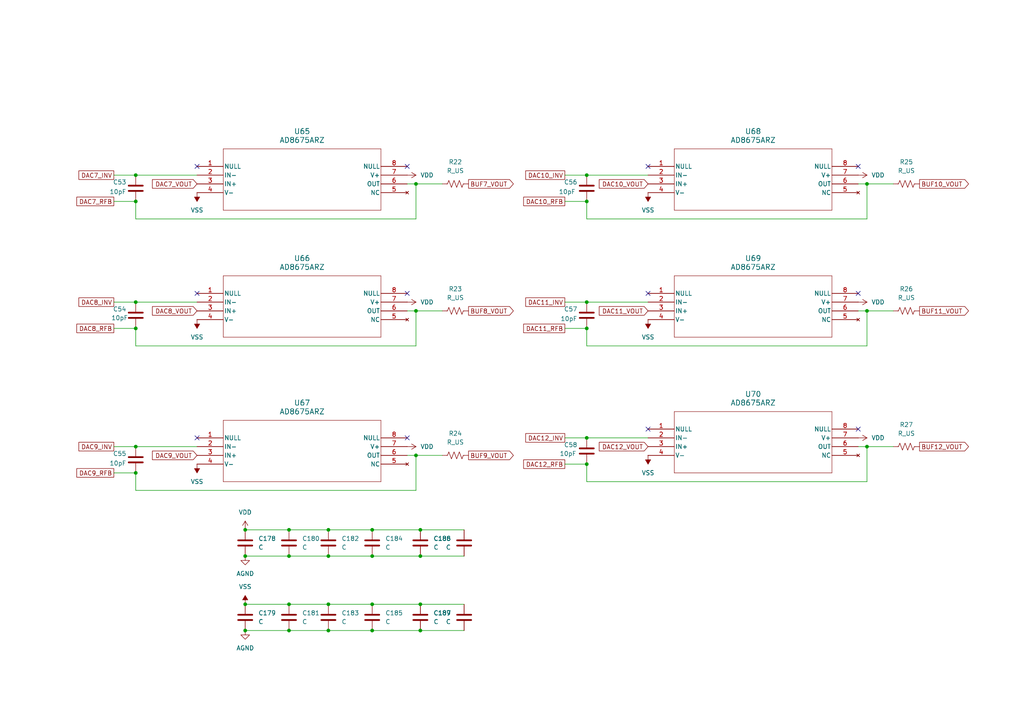
<source format=kicad_sch>
(kicad_sch (version 20250114) (generator "eeschema") (generator_version "9.0")
  (paper "A4")
  (lib_symbols
    (symbol "2025-11-19_01-14-20:AD8675ARZ" (pin_names (offset 0.254))
      (property "Reference" "U" (at 30.48 10.16 0))
      (property "Value" "AD8675ARZ" (at 30.48 7.62 0))
      (symbol "AD8675ARZ_0_1"
        (polyline (pts (xy 7.62 5.08) (xy 7.62 -12.7)) (stroke (width 0.127)))
        (polyline (pts (xy 7.62 -12.7) (xy 53.34 -12.7)) (stroke (width 0.127)))
        (polyline (pts (xy 53.34 5.08) (xy 7.62 5.08)) (stroke (width 0.127)))
        (polyline (pts (xy 53.34 -12.7) (xy 53.34 5.08)) (stroke (width 0.127)))
        (pin unspecified line (at 0 0 0) (length 7.62) (name "NULL") (number "1"))
        (pin input line (at 0 -2.54 0) (length 7.62) (name "IN-") (number "2"))
        (pin input line (at 0 -5.08 0) (length 7.62) (name "IN+") (number "3"))
        (pin power_in line (at 0 -7.62 0) (length 7.62) (name "V-") (number "4"))
        (pin unspecified line (at 60.96 0 180) (length 7.62) (name "NULL") (number "8"))
        (pin power_in line (at 60.96 -2.54 180) (length 7.62) (name "V+") (number "7"))
        (pin output line (at 60.96 -5.08 180) (length 7.62) (name "OUT") (number "6"))
        (pin no_connect line (at 60.96 -7.62 180) (length 7.62) (name "NC") (number "5"))
      )
    )
    (symbol "Device:C" (pin_numbers (hide yes)) (pin_names (offset 0.254))
      (property "Reference" "C" (at 0.635 2.54 0))
      (property "Value" "C" (at 0.635 -2.54 0))
      (symbol "C_0_1"
        (polyline (pts (xy -2.032 0.762) (xy 2.032 0.762)) (stroke (width 0.508)))
        (polyline (pts (xy -2.032 -0.762) (xy 2.032 -0.762)) (stroke (width 0.508)))
      )
      (symbol "C_1_1"
        (pin passive line (at 0 3.81 270) (length 2.794) (name "~") (number "1"))
        (pin passive line (at 0 -3.81 90) (length 2.794) (name "~") (number "2"))
      )
    )
    (symbol "Device:R_US" (pin_numbers (hide yes)) (pin_names (offset 0))
      (property "Reference" "R" (at 2.54 0 90))
      (property "Value" "R_US" (at -2.54 0 90))
      (symbol "R_US_0_1"
        (polyline (pts (xy 0 2.286) (xy 0 2.54)))
        (polyline (pts (xy 0 2.286) (xy 1.016 1.905) (xy 0 1.524) (xy -1.016 1.143) (xy 0 0.762)))
        (polyline (pts (xy 0 0.762) (xy 1.016 0.381) (xy 0 0) (xy -1.016 -0.381) (xy 0 -0.762)))
        (polyline (pts (xy 0 -0.762) (xy 1.016 -1.143) (xy 0 -1.524) (xy -1.016 -1.905) (xy 0 -2.286)))
        (polyline (pts (xy 0 -2.286) (xy 0 -2.54)))
      )
      (symbol "R_US_1_1"
        (pin passive line (at 0 3.81 270) (length 1.27) (name "~") (number "1"))
        (pin passive line (at 0 -3.81 90) (length 1.27) (name "~") (number "2"))
      )
    )
    (symbol "power:GND" (power) (pin_numbers (hide yes)) (pin_names (offset 0) (hide yes))
      (property "Value" "GND" (at 0 -3.81 0))
      (symbol "GND_0_1"
        (polyline (pts (xy 0 0) (xy 0 -1.27) (xy 1.27 -1.27) (xy 0 -2.54) (xy -1.27 -1.27) (xy 0 -1.27)))
      )
      (symbol "GND_1_1"
        (pin power_in line (at 0 0 270) (length 0) (name "~") (number "1"))
      )
    )
    (symbol "power:VDD" (power) (pin_numbers (hide yes)) (pin_names (offset 0) (hide yes))
      (property "Value" "VDD" (at 0 3.556 0))
      (symbol "VDD_0_1"
        (polyline (pts (xy -0.762 1.27) (xy 0 2.54)))
        (polyline (pts (xy 0 2.54) (xy 0.762 1.27)))
        (polyline (pts (xy 0 0) (xy 0 2.54)))
      )
      (symbol "VDD_1_1"
        (pin power_in line (at 0 0 90) (length 0) (name "~") (number "1"))
      )
    )
    (symbol "power:VSS" (power) (pin_numbers (hide yes)) (pin_names (offset 0) (hide yes))
      (property "Value" "VSS" (at 0 3.556 0))
      (symbol "VSS_0_1"
        (polyline (pts (xy 0 0) (xy 0 2.54)))
        (polyline (pts (xy 0.762 1.27) (xy -0.762 1.27) (xy 0 2.54) (xy 0.762 1.27)) (fill (type outline)))
      )
      (symbol "VSS_1_1"
        (pin power_in line (at 0 0 90) (length 0) (name "~") (number "1"))
      )
    )
  )
  (junction (at 170.18 127))
  (junction (at 83.82 182.88))
  (junction (at 95.25 153.67))
  (junction (at 107.95 175.26))
  (junction (at 83.82 175.26))
  (junction (at 83.82 153.67))
  (junction (at 71.12 153.67))
  (junction (at 107.95 182.88))
  (junction (at 121.92 175.26))
  (junction (at 39.37 87.63))
  (junction (at 170.18 134.62))
  (junction (at 251.46 90.17))
  (junction (at 120.65 132.08))
  (junction (at 120.65 53.34))
  (junction (at 39.37 58.42))
  (junction (at 170.18 87.63))
  (junction (at 95.25 175.26))
  (junction (at 107.95 153.67))
  (junction (at 95.25 161.29))
  (junction (at 121.92 153.67))
  (junction (at 39.37 137.16))
  (junction (at 39.37 95.25))
  (junction (at 251.46 129.54))
  (junction (at 71.12 175.26))
  (junction (at 251.46 53.34))
  (junction (at 170.18 58.42))
  (junction (at 39.37 50.8))
  (junction (at 170.18 50.8))
  (junction (at 71.12 182.88))
  (junction (at 83.82 161.29))
  (junction (at 95.25 182.88))
  (junction (at 107.95 161.29))
  (junction (at 71.12 161.29))
  (junction (at 120.65 90.17))
  (junction (at 121.92 182.88))
  (junction (at 170.18 95.25))
  (junction (at 121.92 161.29))
  (junction (at 39.37 129.54))
  (no_connect (at 187.96 48.26))
  (no_connect (at 248.92 48.26))
  (no_connect (at 118.11 48.26))
  (no_connect (at 118.11 127))
  (no_connect (at 118.11 85.09))
  (no_connect (at 248.92 124.46))
  (no_connect (at 187.96 124.46))
  (no_connect (at 57.15 127))
  (no_connect (at 248.92 85.09))
  (no_connect (at 187.96 85.09))
  (no_connect (at 57.15 48.26))
  (no_connect (at 57.15 85.09))
  (wire (pts (xy 83.82 182.88) (xy 95.25 182.88)))
  (wire (pts (xy 251.46 63.5) (xy 251.46 53.34)))
  (wire (pts (xy 71.12 161.29) (xy 83.82 161.29)))
  (wire (pts (xy 95.25 153.67) (xy 107.95 153.67)))
  (wire (pts (xy 251.46 90.17) (xy 248.92 90.17)))
  (wire (pts (xy 163.83 50.8) (xy 170.18 50.8)))
  (wire (pts (xy 120.65 132.08) (xy 118.11 132.08)))
  (wire (pts (xy 95.25 175.26) (xy 107.95 175.26)))
  (wire (pts (xy 33.02 58.42) (xy 39.37 58.42)))
  (wire (pts (xy 170.18 50.8) (xy 187.96 50.8)))
  (wire (pts (xy 251.46 90.17) (xy 259.08 90.17)))
  (wire (pts (xy 120.65 53.34) (xy 118.11 53.34)))
  (wire (pts (xy 39.37 95.25) (xy 39.37 100.33)))
  (wire (pts (xy 107.95 175.26) (xy 121.92 175.26)))
  (wire (pts (xy 107.95 161.29) (xy 121.92 161.29)))
  (wire (pts (xy 120.65 90.17) (xy 128.27 90.17)))
  (wire (pts (xy 39.37 50.8) (xy 57.15 50.8)))
  (wire (pts (xy 83.82 153.67) (xy 95.25 153.67)))
  (wire (pts (xy 251.46 53.34) (xy 248.92 53.34)))
  (wire (pts (xy 39.37 63.5) (xy 120.65 63.5)))
  (wire (pts (xy 170.18 127) (xy 187.96 127)))
  (wire (pts (xy 95.25 182.88) (xy 107.95 182.88)))
  (wire (pts (xy 170.18 100.33) (xy 251.46 100.33)))
  (wire (pts (xy 170.18 134.62) (xy 170.18 139.7)))
  (wire (pts (xy 39.37 142.24) (xy 120.65 142.24)))
  (wire (pts (xy 83.82 161.29) (xy 95.25 161.29)))
  (wire (pts (xy 33.02 137.16) (xy 39.37 137.16)))
  (wire (pts (xy 33.02 95.25) (xy 39.37 95.25)))
  (wire (pts (xy 120.65 63.5) (xy 120.65 53.34)))
  (wire (pts (xy 121.92 175.26) (xy 134.62 175.26)))
  (wire (pts (xy 120.65 90.17) (xy 118.11 90.17)))
  (wire (pts (xy 251.46 100.33) (xy 251.46 90.17)))
  (wire (pts (xy 170.18 58.42) (xy 170.18 63.5)))
  (wire (pts (xy 107.95 153.67) (xy 121.92 153.67)))
  (wire (pts (xy 39.37 129.54) (xy 57.15 129.54)))
  (wire (pts (xy 33.02 129.54) (xy 39.37 129.54)))
  (wire (pts (xy 163.83 87.63) (xy 170.18 87.63)))
  (wire (pts (xy 170.18 63.5) (xy 251.46 63.5)))
  (wire (pts (xy 163.83 134.62) (xy 170.18 134.62)))
  (wire (pts (xy 71.12 175.26) (xy 83.82 175.26)))
  (wire (pts (xy 39.37 137.16) (xy 39.37 142.24)))
  (wire (pts (xy 39.37 58.42) (xy 39.37 63.5)))
  (wire (pts (xy 39.37 100.33) (xy 120.65 100.33)))
  (wire (pts (xy 95.25 161.29) (xy 107.95 161.29)))
  (wire (pts (xy 120.65 53.34) (xy 128.27 53.34)))
  (wire (pts (xy 170.18 87.63) (xy 187.96 87.63)))
  (wire (pts (xy 251.46 129.54) (xy 259.08 129.54)))
  (wire (pts (xy 71.12 153.67) (xy 83.82 153.67)))
  (wire (pts (xy 33.02 50.8) (xy 39.37 50.8)))
  (wire (pts (xy 121.92 153.67) (xy 134.62 153.67)))
  (wire (pts (xy 170.18 139.7) (xy 251.46 139.7)))
  (wire (pts (xy 251.46 129.54) (xy 248.92 129.54)))
  (wire (pts (xy 83.82 175.26) (xy 95.25 175.26)))
  (wire (pts (xy 163.83 58.42) (xy 170.18 58.42)))
  (wire (pts (xy 120.65 142.24) (xy 120.65 132.08)))
  (wire (pts (xy 163.83 127) (xy 170.18 127)))
  (wire (pts (xy 251.46 53.34) (xy 259.08 53.34)))
  (wire (pts (xy 121.92 161.29) (xy 134.62 161.29)))
  (wire (pts (xy 121.92 182.88) (xy 134.62 182.88)))
  (wire (pts (xy 107.95 182.88) (xy 121.92 182.88)))
  (wire (pts (xy 120.65 132.08) (xy 128.27 132.08)))
  (wire (pts (xy 33.02 87.63) (xy 39.37 87.63)))
  (wire (pts (xy 71.12 182.88) (xy 83.82 182.88)))
  (wire (pts (xy 251.46 139.7) (xy 251.46 129.54)))
  (wire (pts (xy 163.83 95.25) (xy 170.18 95.25)))
  (wire (pts (xy 39.37 87.63) (xy 57.15 87.63)))
  (wire (pts (xy 120.65 100.33) (xy 120.65 90.17)))
  (wire (pts (xy 170.18 95.25) (xy 170.18 100.33)))
  (global_label "DAC11_INV" (shape passive) (at 163.83 87.63 180) (property "Intersheetrefs" "${INTERSHEET_REFS}" (effects (hide yes))))
  (global_label "DAC12_RFB" (shape passive) (at 163.83 134.62 180) (property "Intersheetrefs" "${INTERSHEET_REFS}" (effects (hide yes))))
  (global_label "DAC9_VOUT" (shape input) (at 57.15 132.08 180) (property "Intersheetrefs" "${INTERSHEET_REFS}" (effects (hide yes))))
  (global_label "DAC12_INV" (shape passive) (at 163.83 127 180) (property "Intersheetrefs" "${INTERSHEET_REFS}" (effects (hide yes))))
  (global_label "DAC8_VOUT" (shape input) (at 57.15 90.17 180) (property "Intersheetrefs" "${INTERSHEET_REFS}" (effects (hide yes))))
  (global_label "DAC10_RFB" (shape passive) (at 163.83 58.42 180) (property "Intersheetrefs" "${INTERSHEET_REFS}" (effects (hide yes))))
  (global_label "DAC8_RFB" (shape passive) (at 33.02 95.25 180) (property "Intersheetrefs" "${INTERSHEET_REFS}" (effects (hide yes))))
  (global_label "DAC11_RFB" (shape passive) (at 163.83 95.25 180) (property "Intersheetrefs" "${INTERSHEET_REFS}" (effects (hide yes))))
  (global_label "BUF7_VOUT" (shape output) (at 135.89 53.34 0) (property "Intersheetrefs" "${INTERSHEET_REFS}" (effects (hide yes))))
  (global_label "DAC9_RFB" (shape passive) (at 33.02 137.16 180) (property "Intersheetrefs" "${INTERSHEET_REFS}" (effects (hide yes))))
  (global_label "BUF11_VOUT" (shape output) (at 266.7 90.17 0) (property "Intersheetrefs" "${INTERSHEET_REFS}" (effects (hide yes))))
  (global_label "DAC7_RFB" (shape passive) (at 33.02 58.42 180) (property "Intersheetrefs" "${INTERSHEET_REFS}" (effects (hide yes))))
  (global_label "BUF10_VOUT" (shape output) (at 266.7 53.34 0) (property "Intersheetrefs" "${INTERSHEET_REFS}" (effects (hide yes))))
  (global_label "DAC12_VOUT" (shape input) (at 187.96 129.54 180) (property "Intersheetrefs" "${INTERSHEET_REFS}" (effects (hide yes))))
  (global_label "DAC9_INV" (shape passive) (at 33.02 129.54 180) (property "Intersheetrefs" "${INTERSHEET_REFS}" (effects (hide yes))))
  (global_label "BUF9_VOUT" (shape output) (at 135.89 132.08 0) (property "Intersheetrefs" "${INTERSHEET_REFS}" (effects (hide yes))))
  (global_label "DAC7_INV" (shape passive) (at 33.02 50.8 180) (property "Intersheetrefs" "${INTERSHEET_REFS}" (effects (hide yes))))
  (global_label "DAC10_INV" (shape passive) (at 163.83 50.8 180) (property "Intersheetrefs" "${INTERSHEET_REFS}" (effects (hide yes))))
  (global_label "BUF12_VOUT" (shape output) (at 266.7 129.54 0) (property "Intersheetrefs" "${INTERSHEET_REFS}" (effects (hide yes))))
  (global_label "DAC7_VOUT" (shape input) (at 57.15 53.34 180) (property "Intersheetrefs" "${INTERSHEET_REFS}" (effects (hide yes))))
  (global_label "BUF8_VOUT" (shape output) (at 135.89 90.17 0) (property "Intersheetrefs" "${INTERSHEET_REFS}" (effects (hide yes))))
  (global_label "DAC11_VOUT" (shape input) (at 187.96 90.17 180) (property "Intersheetrefs" "${INTERSHEET_REFS}" (effects (hide yes))))
  (global_label "DAC8_INV" (shape passive) (at 33.02 87.63 180) (property "Intersheetrefs" "${INTERSHEET_REFS}" (effects (hide yes))))
  (global_label "DAC10_VOUT" (shape input) (at 187.96 53.34 180) (property "Intersheetrefs" "${INTERSHEET_REFS}" (effects (hide yes))))
  (symbol (lib_id "Device:C") (at 71.12 179.07 0) (unit 1)
    (property "Reference" "C179" (at 74.93 177.7999 0) (effects (justify left)))
    (property "Value" "C" (at 74.93 180.3399 0) (effects (justify left)))
    (property "Footprint" "Capacitor_SMD:C_0402_1005Metric_Pad0.74x0.62mm_HandSolder" (effects (hide yes)))
    (property "Description" "Unpolarized capacitor" (effects (hide yes)))
  )
  (symbol (lib_id "Device:C") (at 134.62 179.07 0) (mirror y) (unit 1)
    (property "Reference" "C189" (at 130.81 177.7999 0) (effects (justify left)))
    (property "Value" "C" (at 130.81 180.3399 0) (effects (justify left)))
    (property "Footprint" "Capacitor_SMD:C_0402_1005Metric_Pad0.74x0.62mm_HandSolder" (effects (hide yes)))
    (property "Description" "Unpolarized capacitor" (effects (hide yes)))
  )
  (symbol (lib_id "Device:R_US") (at 262.89 53.34 90) (unit 1)
    (property "Reference" "R25" (at 262.89 46.99 90))
    (property "Value" "R_US" (at 262.89 49.53 90))
    (property "Footprint" "Resistor_SMD:R_0805_2012Metric" (effects (hide yes)))
    (property "Description" "Resistor, US symbol" (effects (hide yes)))
  )
  (symbol (lib_id "power:VDD") (at 248.92 50.8 270) (unit 1)
    (property "Reference" "#PWR0240" (effects (hide yes)))
    (property "Value" "VDD" (at 252.73 50.7999 90) (effects (justify left)))
    (property "Description" "Power symbol creates a global label with name \"VDD\"" (effects (hide yes)))
  )
  (symbol (lib_id "power:VDD") (at 248.92 127 270) (unit 1)
    (property "Reference" "#PWR0242" (effects (hide yes)))
    (property "Value" "VDD" (at 252.73 126.9999 90) (effects (justify left)))
    (property "Description" "Power symbol creates a global label with name \"VDD\"" (effects (hide yes)))
  )
  (symbol (lib_id "power:VSS") (at 187.96 55.88 0) (mirror x) (unit 1)
    (property "Reference" "#PWR0237" (effects (hide yes)))
    (property "Value" "VSS" (at 187.96 60.96 0))
    (property "Description" "Power symbol creates a global label with name \"VSS\"" (effects (hide yes)))
  )
  (symbol (lib_id "Device:C") (at 83.82 179.07 0) (unit 1)
    (property "Reference" "C181" (at 87.63 177.7999 0) (effects (justify left)))
    (property "Value" "C" (at 87.63 180.3399 0) (effects (justify left)))
    (property "Footprint" "Capacitor_SMD:C_0402_1005Metric_Pad0.74x0.62mm_HandSolder" (effects (hide yes)))
    (property "Description" "Unpolarized capacitor" (effects (hide yes)))
  )
  (symbol (lib_id "Device:C") (at 39.37 54.61 0) (unit 1)
    (property "Reference" "C53" (at 32.766 52.832 0) (effects (justify left)))
    (property "Value" "10pF" (at 31.75 55.626 0) (effects (justify left)))
    (property "Footprint" "Capacitor_SMD:C_0603_1608Metric_Pad1.08x0.95mm_HandSolder" (effects (hide yes)))
    (property "Description" "Unpolarized capacitor" (effects (hide yes)))
  )
  (symbol (lib_id "power:VSS") (at 71.12 175.26 0) (mirror y) (unit 1)
    (property "Reference" "#PWR0532" (effects (hide yes)))
    (property "Value" "VSS" (at 71.12 170.18 0))
    (property "Description" "Power symbol creates a global label with name \"VSS\"" (effects (hide yes)))
  )
  (symbol (lib_id "Device:C") (at 39.37 133.35 0) (unit 1)
    (property "Reference" "C55" (at 32.766 131.572 0) (effects (justify left)))
    (property "Value" "10pF" (at 31.75 134.366 0) (effects (justify left)))
    (property "Footprint" "Capacitor_SMD:C_0603_1608Metric_Pad1.08x0.95mm_HandSolder" (effects (hide yes)))
    (property "Description" "Unpolarized capacitor" (effects (hide yes)))
  )
  (symbol (lib_id "2025-11-19_01-14-20:AD8675ARZ") (at 187.96 85.09 0) (unit 1)
    (property "Reference" "U69" (at 218.44 74.93 0) (effects (font (size 1.524 1.524))))
    (property "Value" "AD8675ARZ" (at 218.44 77.47 0) (effects (font (size 1.524 1.524))))
    (property "Footprint" "Package_SO:SOIC-8_3.9x4.9mm_P1.27mm" (effects (hide yes)))
    (property "Datasheet" "https://www.analog.com/media/en/technical-documentation/data-sheets/AD8675.pdf" (effects (hide yes)))
  )
  (symbol (lib_id "power:VDD") (at 118.11 129.54 270) (unit 1)
    (property "Reference" "#PWR0236" (effects (hide yes)))
    (property "Value" "VDD" (at 121.92 129.5399 90) (effects (justify left)))
    (property "Description" "Power symbol creates a global label with name \"VDD\"" (effects (hide yes)))
  )
  (symbol (lib_id "power:VDD") (at 71.12 153.67 0) (unit 1)
    (property "Reference" "#PWR0530" (effects (hide yes)))
    (property "Value" "VDD" (at 71.12 148.59 0))
    (property "Description" "Power symbol creates a global label with name \"VDD\"" (effects (hide yes)))
  )
  (symbol (lib_id "power:GND") (at 71.12 161.29 0) (unit 1)
    (property "Reference" "#PWR0531" (effects (hide yes)))
    (property "Value" "AGND" (at 71.12 166.37 0))
    (property "Description" "Power symbol creates a global label with name \"GND\" , ground" (effects (hide yes)))
  )
  (symbol (lib_id "2025-11-19_01-14-20:AD8675ARZ") (at 57.15 127 0) (unit 1)
    (property "Reference" "U67" (at 87.63 116.84 0) (effects (font (size 1.524 1.524))))
    (property "Value" "AD8675ARZ" (at 87.63 119.38 0) (effects (font (size 1.524 1.524))))
    (property "Footprint" "Package_SO:SOIC-8_3.9x4.9mm_P1.27mm" (effects (hide yes)))
    (property "Datasheet" "https://www.analog.com/media/en/technical-documentation/data-sheets/AD8675.pdf" (effects (hide yes)))
  )
  (symbol (lib_id "Device:R_US") (at 132.08 132.08 90) (unit 1)
    (property "Reference" "R24" (at 132.08 125.73 90))
    (property "Value" "R_US" (at 132.08 128.27 90))
    (property "Footprint" "Resistor_SMD:R_0805_2012Metric" (effects (hide yes)))
    (property "Description" "Resistor, US symbol" (effects (hide yes)))
  )
  (symbol (lib_id "Device:R_US") (at 262.89 129.54 90) (unit 1)
    (property "Reference" "R27" (at 262.89 123.19 90))
    (property "Value" "R_US" (at 262.89 125.73 90))
    (property "Footprint" "Resistor_SMD:R_0805_2012Metric" (effects (hide yes)))
    (property "Description" "Resistor, US symbol" (effects (hide yes)))
  )
  (symbol (lib_id "power:VDD") (at 118.11 87.63 270) (unit 1)
    (property "Reference" "#PWR0235" (effects (hide yes)))
    (property "Value" "VDD" (at 121.92 87.6299 90) (effects (justify left)))
    (property "Description" "Power symbol creates a global label with name \"VDD\"" (effects (hide yes)))
  )
  (symbol (lib_id "Device:R_US") (at 132.08 53.34 90) (unit 1)
    (property "Reference" "R22" (at 132.08 46.99 90))
    (property "Value" "R_US" (at 132.08 49.53 90))
    (property "Footprint" "Resistor_SMD:R_0805_2012Metric" (effects (hide yes)))
    (property "Description" "Resistor, US symbol" (effects (hide yes)))
  )
  (symbol (lib_id "power:VSS") (at 57.15 92.71 0) (mirror x) (unit 1)
    (property "Reference" "#PWR0232" (effects (hide yes)))
    (property "Value" "VSS" (at 57.15 97.79 0))
    (property "Description" "Power symbol creates a global label with name \"VSS\"" (effects (hide yes)))
  )
  (symbol (lib_id "Device:R_US") (at 262.89 90.17 90) (unit 1)
    (property "Reference" "R26" (at 262.89 83.82 90))
    (property "Value" "R_US" (at 262.89 86.36 90))
    (property "Footprint" "Resistor_SMD:R_0805_2012Metric" (effects (hide yes)))
    (property "Description" "Resistor, US symbol" (effects (hide yes)))
  )
  (symbol (lib_id "Device:C") (at 170.18 54.61 0) (unit 1)
    (property "Reference" "C56" (at 163.576 52.832 0) (effects (justify left)))
    (property "Value" "10pF" (at 162.052 55.626 0) (effects (justify left)))
    (property "Footprint" "Capacitor_SMD:C_0603_1608Metric_Pad1.08x0.95mm_HandSolder" (effects (hide yes)))
    (property "Description" "Unpolarized capacitor" (effects (hide yes)))
  )
  (symbol (lib_id "2025-11-19_01-14-20:AD8675ARZ") (at 57.15 48.26 0) (unit 1)
    (property "Reference" "U65" (at 87.63 38.1 0) (effects (font (size 1.524 1.524))))
    (property "Value" "AD8675ARZ" (at 87.63 40.64 0) (effects (font (size 1.524 1.524))))
    (property "Footprint" "Package_SO:SOIC-8_3.9x4.9mm_P1.27mm" (effects (hide yes)))
    (property "Datasheet" "https://www.analog.com/media/en/technical-documentation/data-sheets/AD8675.pdf" (effects (hide yes)))
  )
  (symbol (lib_id "Device:C") (at 71.12 157.48 0) (unit 1)
    (property "Reference" "C178" (at 74.93 156.2099 0) (effects (justify left)))
    (property "Value" "C" (at 74.93 158.7499 0) (effects (justify left)))
    (property "Footprint" "Capacitor_SMD:C_0402_1005Metric_Pad0.74x0.62mm_HandSolder" (effects (hide yes)))
    (property "Description" "Unpolarized capacitor" (effects (hide yes)))
  )
  (symbol (lib_id "Device:C") (at 134.62 157.48 0) (mirror y) (unit 1)
    (property "Reference" "C188" (at 130.81 156.2099 0) (effects (justify left)))
    (property "Value" "C" (at 130.81 158.7499 0) (effects (justify left)))
    (property "Footprint" "Capacitor_SMD:C_0402_1005Metric_Pad0.74x0.62mm_HandSolder" (effects (hide yes)))
    (property "Description" "Unpolarized capacitor" (effects (hide yes)))
  )
  (symbol (lib_id "Device:C") (at 170.18 130.81 0) (unit 1)
    (property "Reference" "C58" (at 163.576 129.032 0) (effects (justify left)))
    (property "Value" "10pF" (at 162.306 131.572 0) (effects (justify left)))
    (property "Footprint" "Capacitor_SMD:C_0603_1608Metric_Pad1.08x0.95mm_HandSolder" (effects (hide yes)))
    (property "Description" "Unpolarized capacitor" (effects (hide yes)))
  )
  (symbol (lib_id "2025-11-19_01-14-20:AD8675ARZ") (at 57.15 85.09 0) (unit 1)
    (property "Reference" "U66" (at 87.63 74.93 0) (effects (font (size 1.524 1.524))))
    (property "Value" "AD8675ARZ" (at 87.63 77.47 0) (effects (font (size 1.524 1.524))))
    (property "Footprint" "Package_SO:SOIC-8_3.9x4.9mm_P1.27mm" (effects (hide yes)))
    (property "Datasheet" "https://www.analog.com/media/en/technical-documentation/data-sheets/AD8675.pdf" (effects (hide yes)))
  )
  (symbol (lib_id "Device:C") (at 121.92 179.07 0) (unit 1)
    (property "Reference" "C187" (at 125.73 177.7999 0) (effects (justify left)))
    (property "Value" "C" (at 125.73 180.3399 0) (effects (justify left)))
    (property "Footprint" "Capacitor_SMD:C_0402_1005Metric_Pad0.74x0.62mm_HandSolder" (effects (hide yes)))
    (property "Description" "Unpolarized capacitor" (effects (hide yes)))
  )
  (symbol (lib_id "power:VDD") (at 248.92 87.63 270) (unit 1)
    (property "Reference" "#PWR0241" (effects (hide yes)))
    (property "Value" "VDD" (at 252.73 87.6299 90) (effects (justify left)))
    (property "Description" "Power symbol creates a global label with name \"VDD\"" (effects (hide yes)))
  )
  (symbol (lib_id "Device:C") (at 39.37 91.44 0) (unit 1)
    (property "Reference" "C54" (at 32.766 89.662 0) (effects (justify left)))
    (property "Value" "10pF" (at 32.258 92.202 0) (effects (justify left)))
    (property "Footprint" "Capacitor_SMD:C_0603_1608Metric_Pad1.08x0.95mm_HandSolder" (effects (hide yes)))
    (property "Description" "Unpolarized capacitor" (effects (hide yes)))
  )
  (symbol (lib_id "power:VDD") (at 118.11 50.8 270) (unit 1)
    (property "Reference" "#PWR0234" (effects (hide yes)))
    (property "Value" "VDD" (at 121.92 50.7999 90) (effects (justify left)))
    (property "Description" "Power symbol creates a global label with name \"VDD\"" (effects (hide yes)))
  )
  (symbol (lib_id "2025-11-19_01-14-20:AD8675ARZ") (at 187.96 124.46 0) (unit 1)
    (property "Reference" "U70" (at 218.44 114.3 0) (effects (font (size 1.524 1.524))))
    (property "Value" "AD8675ARZ" (at 218.44 116.84 0) (effects (font (size 1.524 1.524))))
    (property "Footprint" "Package_SO:SOIC-8_3.9x4.9mm_P1.27mm" (effects (hide yes)))
    (property "Datasheet" "https://www.analog.com/media/en/technical-documentation/data-sheets/AD8675.pdf" (effects (hide yes)))
  )
  (symbol (lib_id "power:GND") (at 71.12 182.88 0) (unit 1)
    (property "Reference" "#PWR0533" (effects (hide yes)))
    (property "Value" "AGND" (at 71.12 187.96 0))
    (property "Description" "Power symbol creates a global label with name \"GND\" , ground" (effects (hide yes)))
  )
  (symbol (lib_id "Device:C") (at 83.82 157.48 0) (unit 1)
    (property "Reference" "C180" (at 87.63 156.2099 0) (effects (justify left)))
    (property "Value" "C" (at 87.63 158.7499 0) (effects (justify left)))
    (property "Footprint" "Capacitor_SMD:C_0402_1005Metric_Pad0.74x0.62mm_HandSolder" (effects (hide yes)))
    (property "Description" "Unpolarized capacitor" (effects (hide yes)))
  )
  (symbol (lib_id "2025-11-19_01-14-20:AD8675ARZ") (at 187.96 48.26 0) (unit 1)
    (property "Reference" "U68" (at 218.44 38.1 0) (effects (font (size 1.524 1.524))))
    (property "Value" "AD8675ARZ" (at 218.44 40.64 0) (effects (font (size 1.524 1.524))))
    (property "Footprint" "Package_SO:SOIC-8_3.9x4.9mm_P1.27mm" (effects (hide yes)))
    (property "Datasheet" "https://www.analog.com/media/en/technical-documentation/data-sheets/AD8675.pdf" (effects (hide yes)))
  )
  (symbol (lib_id "Device:C") (at 170.18 91.44 0) (unit 1)
    (property "Reference" "C57" (at 163.576 89.662 0) (effects (justify left)))
    (property "Value" "10pF" (at 162.56 92.456 0) (effects (justify left)))
    (property "Footprint" "Capacitor_SMD:C_0603_1608Metric_Pad1.08x0.95mm_HandSolder" (effects (hide yes)))
    (property "Description" "Unpolarized capacitor" (effects (hide yes)))
  )
  (symbol (lib_id "Device:C") (at 107.95 179.07 0) (unit 1)
    (property "Reference" "C185" (at 111.76 177.7999 0) (effects (justify left)))
    (property "Value" "C" (at 111.76 180.3399 0) (effects (justify left)))
    (property "Footprint" "Capacitor_SMD:C_0402_1005Metric_Pad0.74x0.62mm_HandSolder" (effects (hide yes)))
    (property "Description" "Unpolarized capacitor" (effects (hide yes)))
  )
  (symbol (lib_id "Device:C") (at 95.25 157.48 0) (unit 1)
    (property "Reference" "C182" (at 99.06 156.2099 0) (effects (justify left)))
    (property "Value" "C" (at 99.06 158.7499 0) (effects (justify left)))
    (property "Footprint" "Capacitor_SMD:C_0402_1005Metric_Pad0.74x0.62mm_HandSolder" (effects (hide yes)))
    (property "Description" "Unpolarized capacitor" (effects (hide yes)))
  )
  (symbol (lib_id "Device:C") (at 121.92 157.48 0) (unit 1)
    (property "Reference" "C186" (at 125.73 156.2099 0) (effects (justify left)))
    (property "Value" "C" (at 125.73 158.7499 0) (effects (justify left)))
    (property "Footprint" "Capacitor_SMD:C_0402_1005Metric_Pad0.74x0.62mm_HandSolder" (effects (hide yes)))
    (property "Description" "Unpolarized capacitor" (effects (hide yes)))
  )
  (symbol (lib_id "power:VSS") (at 57.15 55.88 0) (mirror x) (unit 1)
    (property "Reference" "#PWR0231" (effects (hide yes)))
    (property "Value" "VSS" (at 57.15 60.96 0))
    (property "Description" "Power symbol creates a global label with name \"VSS\"" (effects (hide yes)))
  )
  (symbol (lib_id "power:VSS") (at 187.96 132.08 0) (mirror x) (unit 1)
    (property "Reference" "#PWR0239" (effects (hide yes)))
    (property "Value" "VSS" (at 187.96 137.16 0))
    (property "Description" "Power symbol creates a global label with name \"VSS\"" (effects (hide yes)))
  )
  (symbol (lib_id "Device:C") (at 107.95 157.48 0) (unit 1)
    (property "Reference" "C184" (at 111.76 156.2099 0) (effects (justify left)))
    (property "Value" "C" (at 111.76 158.7499 0) (effects (justify left)))
    (property "Footprint" "Capacitor_SMD:C_0402_1005Metric_Pad0.74x0.62mm_HandSolder" (effects (hide yes)))
    (property "Description" "Unpolarized capacitor" (effects (hide yes)))
  )
  (symbol (lib_id "Device:C") (at 95.25 179.07 0) (unit 1)
    (property "Reference" "C183" (at 99.06 177.7999 0) (effects (justify left)))
    (property "Value" "C" (at 99.06 180.3399 0) (effects (justify left)))
    (property "Footprint" "Capacitor_SMD:C_0402_1005Metric_Pad0.74x0.62mm_HandSolder" (effects (hide yes)))
    (property "Description" "Unpolarized capacitor" (effects (hide yes)))
  )
  (symbol (lib_id "Device:R_US") (at 132.08 90.17 90) (unit 1)
    (property "Reference" "R23" (at 132.08 83.82 90))
    (property "Value" "R_US" (at 132.08 86.36 90))
    (property "Footprint" "Resistor_SMD:R_0805_2012Metric" (effects (hide yes)))
    (property "Description" "Resistor, US symbol" (effects (hide yes)))
  )
  (symbol (lib_id "power:VSS") (at 57.15 134.62 0) (mirror x) (unit 1)
    (property "Reference" "#PWR0233" (effects (hide yes)))
    (property "Value" "VSS" (at 57.15 139.7 0))
    (property "Description" "Power symbol creates a global label with name \"VSS\"" (effects (hide yes)))
  )
  (symbol (lib_id "power:VSS") (at 187.96 92.71 0) (mirror x) (unit 1)
    (property "Reference" "#PWR0238" (effects (hide yes)))
    (property "Value" "VSS" (at 187.96 97.79 0))
    (property "Description" "Power symbol creates a global label with name \"VSS\"" (effects (hide yes)))
  )
)
</source>
